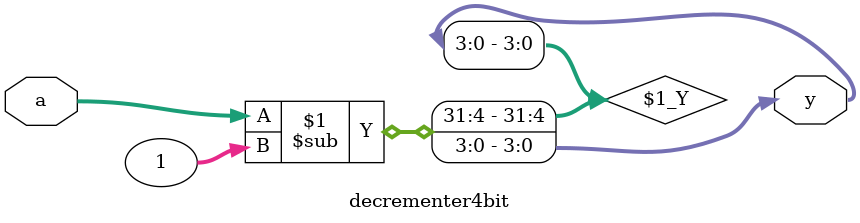
<source format=v>
module decrementer4bit(input [3:0] a, output [3:0] y);
    assign y = a - 1;
endmodule




</source>
